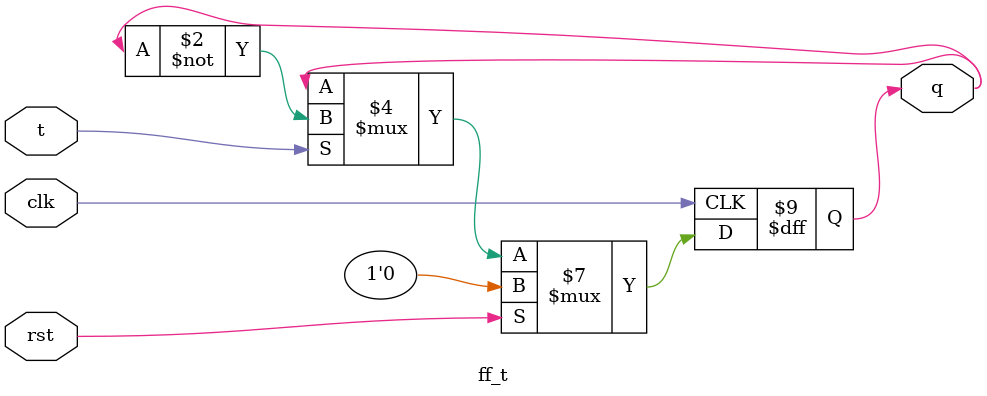
<source format=v>
`timescale 1ns / 1ps


module ff_t(
    input clk,
    input rst,
    input t,
    output reg q
    );
    
    always @(posedge clk)
    begin
        if (rst)
            q <= 0;
        else
            if(t)
                q <= ~q;
            else
                q <= q;
    end
endmodule

</source>
